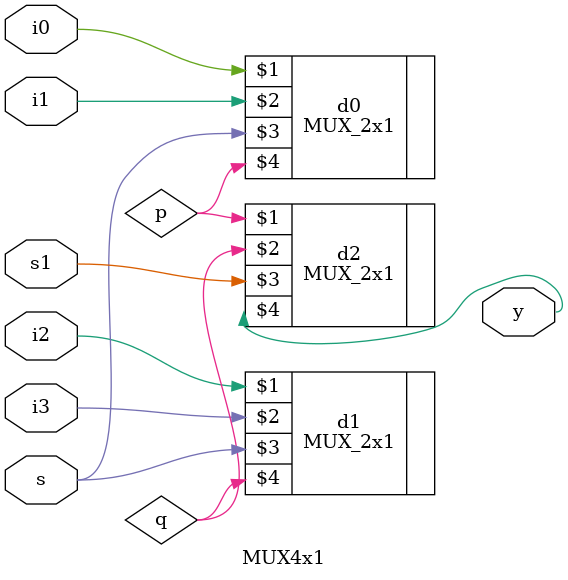
<source format=v>
`timescale 1ns / 1ps


module MUX4x1(
    input i0,
    input i1,
    input i2,
    input i3,
    input s,
    input s1,
    output y
    );
    wire p,q;
    MUX_2x1 d0 (i0, i1, s, p);
    MUX_2x1 d1 (i2, i3, s, q);
    MUX_2x1 d2 (p, q, s1, y);
endmodule

</source>
